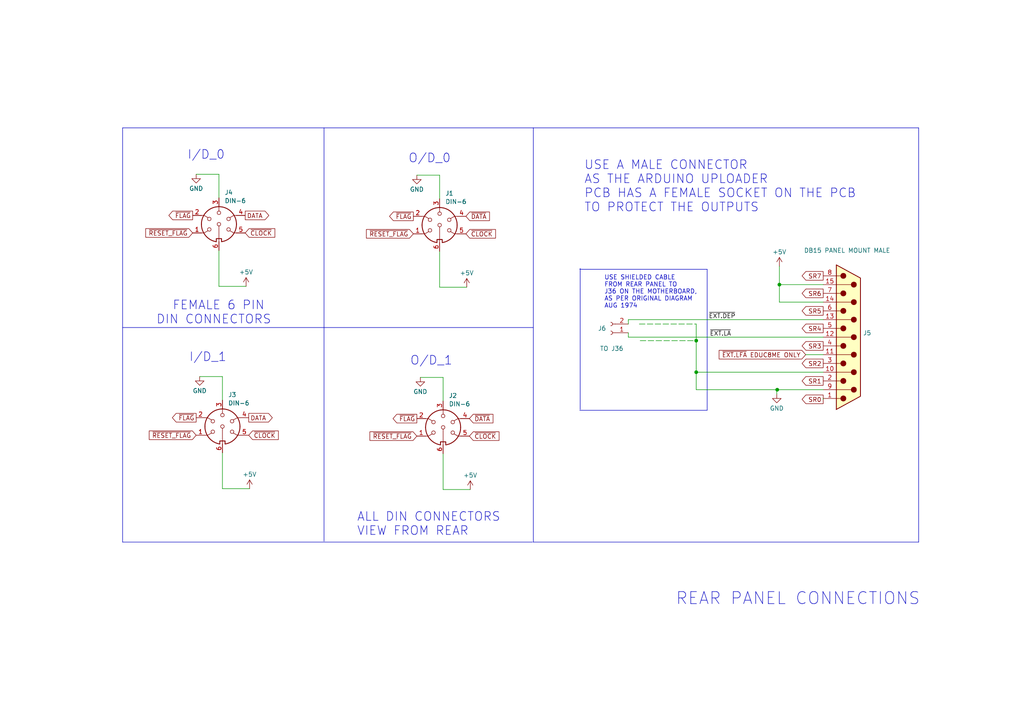
<source format=kicad_sch>
(kicad_sch (version 20230121) (generator eeschema)
  (paper "A4")
  (lib_symbols
    (symbol "Connector:Conn_01x02_Socket" (pin_names (offset 1.016) hide)
      (property "Reference" "J" (at 0 2.54 0))
      (property "Value" "Conn_01x02_Socket" (at 0 -5.08 0))
      (symbol "Conn_01x02_Socket_1_1"
        (arc (start 0 -2.032) (mid -0.5058 -2.54) (end 0 -3.048) (stroke (width 0.1524)))
        (polyline (pts (xy -1.27 -2.54) (xy -0.508 -2.54)) (stroke (width 0.1524)))
        (polyline (pts (xy -1.27 0) (xy -0.508 0)) (stroke (width 0.1524)))
        (arc (start 0 0.508) (mid -0.5058 0) (end 0 -0.508) (stroke (width 0.1524)))
        (pin passive line (at -5.08 0 0) (length 3.81) (name "Pin_1") (number "1"))
        (pin passive line (at -5.08 -2.54 0) (length 3.81) (name "Pin_2") (number "2"))
      )
    )
    (symbol "Connector:DA15_Plug" (pin_names (offset 1.016) hide)
      (property "Reference" "J" (at 0.508 21.59 0))
      (property "Value" "DA15_Plug" (at 0 -22.225 0))
      (symbol "DA15_Plug_0_1"
        (circle (center -1.778 -17.78) (radius 0.762) (fill (type outline)))
        (circle (center -1.778 -12.7) (radius 0.762) (fill (type outline)))
        (circle (center -1.778 -7.62) (radius 0.762) (fill (type outline)))
        (circle (center -1.778 -2.54) (radius 0.762) (fill (type outline)))
        (circle (center -1.778 2.54) (radius 0.762) (fill (type outline)))
        (circle (center -1.778 7.62) (radius 0.762) (fill (type outline)))
        (circle (center -1.778 12.7) (radius 0.762) (fill (type outline)))
        (circle (center -1.778 17.78) (radius 0.762) (fill (type outline)))
        (polyline (pts (xy -3.81 -17.78) (xy -2.54 -17.78)))
        (polyline (pts (xy -3.81 -15.24) (xy 0.508 -15.24)))
        (polyline (pts (xy -3.81 -12.7) (xy -2.54 -12.7)))
        (polyline (pts (xy -3.81 -10.16) (xy 0.508 -10.16)))
        (polyline (pts (xy -3.81 -7.62) (xy -2.54 -7.62)))
        (polyline (pts (xy -3.81 -5.08) (xy 0.508 -5.08)))
        (polyline (pts (xy -3.81 -2.54) (xy -2.54 -2.54)))
        (polyline (pts (xy -3.81 0) (xy 0.508 0)))
        (polyline (pts (xy -3.81 2.54) (xy -2.54 2.54)))
        (polyline (pts (xy -3.81 5.08) (xy 0.508 5.08)))
        (polyline (pts (xy -3.81 7.62) (xy -2.54 7.62)))
        (polyline (pts (xy -3.81 10.16) (xy 0.508 10.16)))
        (polyline (pts (xy -3.81 12.7) (xy -2.54 12.7)))
        (polyline (pts (xy -3.81 15.24) (xy 0.508 15.24)))
        (polyline (pts (xy -3.81 17.78) (xy -2.54 17.78)))
        (polyline (pts (xy -3.81 -20.955) (xy 3.175 -17.145) (xy 3.175 17.145) (xy -3.81 20.955) (xy -3.81 -20.955)) (stroke (width 0.254)) (fill (type background)))
        (circle (center 1.27 -15.24) (radius 0.762) (fill (type outline)))
        (circle (center 1.27 -10.16) (radius 0.762) (fill (type outline)))
        (circle (center 1.27 -5.08) (radius 0.762) (fill (type outline)))
        (circle (center 1.27 0) (radius 0.762) (fill (type outline)))
        (circle (center 1.27 5.08) (radius 0.762) (fill (type outline)))
        (circle (center 1.27 10.16) (radius 0.762) (fill (type outline)))
        (circle (center 1.27 15.24) (radius 0.762) (fill (type outline)))
      )
      (symbol "DA15_Plug_1_1"
        (pin passive line (at -7.62 -17.78 0) (length 3.81) (name "1") (number "1"))
        (pin passive line (at -7.62 -10.16 0) (length 3.81) (name "P10") (number "10"))
        (pin passive line (at -7.62 -5.08 0) (length 3.81) (name "P111") (number "11"))
        (pin passive line (at -7.62 0 0) (length 3.81) (name "P12") (number "12"))
        (pin passive line (at -7.62 5.08 0) (length 3.81) (name "P13") (number "13"))
        (pin passive line (at -7.62 10.16 0) (length 3.81) (name "P14") (number "14"))
        (pin passive line (at -7.62 15.24 0) (length 3.81) (name "P15") (number "15"))
        (pin passive line (at -7.62 -12.7 0) (length 3.81) (name "2") (number "2"))
        (pin passive line (at -7.62 -7.62 0) (length 3.81) (name "3") (number "3"))
        (pin passive line (at -7.62 -2.54 0) (length 3.81) (name "4") (number "4"))
        (pin passive line (at -7.62 2.54 0) (length 3.81) (name "5") (number "5"))
        (pin passive line (at -7.62 7.62 0) (length 3.81) (name "6") (number "6"))
        (pin passive line (at -7.62 12.7 0) (length 3.81) (name "7") (number "7"))
        (pin passive line (at -7.62 17.78 0) (length 3.81) (name "8") (number "8"))
        (pin passive line (at -7.62 -15.24 0) (length 3.81) (name "P9") (number "9"))
      )
    )
    (symbol "Connector:DIN-6" (pin_names (offset 1.016))
      (property "Reference" "J" (at 3.175 5.715 0))
      (property "Value" "DIN-6" (at 4.445 -4.445 0))
      (symbol "DIN-6_0_1"
        (arc (start -5.08 0) (mid -3.8609 -3.3364) (end -0.762 -5.08) (stroke (width 0.254)))
        (circle (center -2.794 -1.524) (radius 0.508))
        (circle (center -2.794 1.524) (radius 0.508))
        (polyline (pts (xy 0 -5.08) (xy 0 -0.508)))
        (polyline (pts (xy 0 5.08) (xy 0 3.81)))
        (polyline (pts (xy -5.08 -2.54) (xy -4.318 -2.54) (xy -3.175 -1.905)))
        (polyline (pts (xy -5.08 2.54) (xy -4.318 2.54) (xy -3.175 1.905)))
        (polyline (pts (xy 5.08 -2.54) (xy 4.318 -2.54) (xy 3.175 -1.905)))
        (polyline (pts (xy 5.08 2.54) (xy 4.318 2.54) (xy 3.175 1.905)))
        (polyline (pts (xy -0.762 -4.953) (xy -0.762 -4.191) (xy 0.762 -4.191) (xy 0.762 -4.953)) (stroke (width 0.254)))
        (circle (center 0 0) (radius 0.508))
        (circle (center 0 3.302) (radius 0.508))
        (arc (start 0.762 -5.08) (mid 3.8685 -3.343) (end 5.08 0) (stroke (width 0.254)))
        (circle (center 2.794 -1.524) (radius 0.508))
        (circle (center 2.794 1.524) (radius 0.508))
        (arc (start 5.08 0) (mid 0 5.0579) (end -5.08 0) (stroke (width 0.254)))
      )
      (symbol "DIN-6_1_1"
        (pin passive line (at -7.62 -2.54 0) (length 2.54) (name "~") (number "1"))
        (pin passive line (at -7.62 2.54 0) (length 2.54) (name "~") (number "2"))
        (pin passive line (at 0 7.62 270) (length 2.54) (name "~") (number "3"))
        (pin passive line (at 7.62 2.54 180) (length 2.54) (name "~") (number "4"))
        (pin passive line (at 7.62 -2.54 180) (length 2.54) (name "~") (number "5"))
        (pin passive line (at 0 -7.62 90) (length 2.54) (name "~") (number "6"))
      )
    )
    (symbol "power:+5V" (power) (pin_names (offset 0))
      (property "Value" "+5V" (at 0 3.556 0))
      (symbol "+5V_0_1"
        (polyline (pts (xy -0.762 1.27) (xy 0 2.54)))
        (polyline (pts (xy 0 0) (xy 0 2.54)))
        (polyline (pts (xy 0 2.54) (xy 0.762 1.27)))
      )
      (symbol "+5V_1_1"
        (pin power_in line (at 0 0 90) (length 0) hide (name "+5V") (number "1"))
      )
    )
    (symbol "power:GND" (power) (pin_names (offset 0))
      (property "Value" "GND" (at 0 -3.81 0))
      (symbol "GND_0_1"
        (polyline (pts (xy 0 0) (xy 0 -1.27) (xy 1.27 -1.27) (xy 0 -2.54) (xy -1.27 -1.27) (xy 0 -1.27)))
      )
      (symbol "GND_1_1"
        (pin power_in line (at 0 0 270) (length 0) hide (name "GND") (number "1"))
      )
    )
  )
  (junction (at 201.93 107.95))
  (junction (at 226.06 82.55))
  (junction (at 201.93 98.806))
  (junction (at 225.425 113.03))
  (polyline (pts (xy 154.686 157.226) (xy 154.686 37.084)))
  (wire (pts (xy 128.524 131.572) (xy 128.524 141.986)))
  (polyline (pts (xy 154.686 37.084) (xy 266.446 37.084)))
  (wire (pts (xy 128.524 109.474) (xy 121.92 109.474)))
  (wire (pts (xy 127.508 50.8) (xy 120.904 50.8)))
  (polyline (pts (xy 35.56 94.996) (xy 154.686 94.996)))
  (polyline (pts (xy 168.148 78.105) (xy 205.105 78.105)))
  (wire (pts (xy 64.516 116.078) (xy 64.516 109.22)))
  (wire (pts (xy 226.06 82.55) (xy 226.06 87.63)))
  (polyline (pts (xy 266.446 37.084) (xy 266.446 157.226)))
  (wire (pts (xy 64.516 131.318) (xy 64.516 141.732)))
  (wire (pts (xy 182.245 92.71) (xy 238.76 92.71)))
  (wire (pts (xy 238.76 115.57) (xy 238.76 115.824)))
  (polyline (pts (xy 35.56 37.084) (xy 154.686 37.084)))
  (wire (pts (xy 182.245 97.79) (xy 182.245 96.52)))
  (polyline (pts (xy 35.56 157.226) (xy 154.432 157.226)))
  (wire (pts (xy 63.5 83.058) (xy 71.374 83.058)))
  (wire (pts (xy 63.5 72.644) (xy 63.5 83.058)))
  (wire (pts (xy 64.516 109.22) (xy 57.912 109.22)))
  (wire (pts (xy 127.508 57.658) (xy 127.508 50.8)))
  (wire (pts (xy 201.93 93.98) (xy 201.93 98.806)))
  (wire (pts (xy 185.42 93.98) (xy 201.93 93.98)) (stroke (width 0) (type dash)))
  (wire (pts (xy 63.5 57.404) (xy 63.5 50.546)))
  (wire (pts (xy 182.245 92.71) (xy 182.245 93.98)))
  (wire (pts (xy 128.524 141.986) (xy 136.398 141.986)))
  (wire (pts (xy 238.76 113.03) (xy 225.425 113.03)))
  (polyline (pts (xy 205.105 118.999) (xy 205.105 78.105)))
  (wire (pts (xy 127.508 83.312) (xy 135.382 83.312)))
  (wire (pts (xy 201.93 98.806) (xy 201.93 107.95)))
  (wire (pts (xy 64.516 141.732) (xy 72.39 141.732)))
  (wire (pts (xy 201.93 107.95) (xy 238.76 107.95)))
  (wire (pts (xy 182.245 97.79) (xy 238.76 97.79)))
  (wire (pts (xy 127.508 72.898) (xy 127.508 83.312)))
  (wire (pts (xy 201.93 107.95) (xy 201.93 113.03)))
  (polyline (pts (xy 93.98 37.084) (xy 93.98 156.972)))
  (wire (pts (xy 233.68 102.87) (xy 238.76 102.87)))
  (polyline (pts (xy 168.148 118.999) (xy 205.105 118.999)))
  (wire (pts (xy 225.425 113.03) (xy 225.298 113.284)))
  (wire (pts (xy 201.93 113.03) (xy 225.425 113.03)))
  (wire (pts (xy 225.298 113.284) (xy 225.298 114.3)))
  (polyline (pts (xy 35.56 37.084) (xy 35.56 157.226)))
  (wire (pts (xy 128.524 116.332) (xy 128.524 109.474)))
  (wire (pts (xy 226.06 82.55) (xy 238.76 82.55)))
  (wire (pts (xy 238.76 87.63) (xy 226.06 87.63)))
  (wire (pts (xy 226.06 77.216) (xy 226.06 82.55)))
  (polyline (pts (xy 266.446 157.226) (xy 154.686 157.226)))
  (polyline (pts (xy 168.275 77.851) (xy 168.275 118.745)))
  (wire (pts (xy 63.5 50.546) (xy 56.896 50.546)))
  (wire (pts (xy 185.674 98.806) (xy 201.93 98.806)) (stroke (width 0) (type dash)))
  (text "ALL DIN CONNECTORS \nVIEW FROM REAR" (at 103.505 155.575 0) (effects (font (size 2.54 2.54)) (justify left bottom)))
  (text "I/D_0\n" (at 65.278 46.482 0) (effects (font (size 2.54 2.54)) (justify right bottom)))
  (text "REAR PANEL CONNECTIONS" (at 266.954 175.768 0) (effects (font (size 3.5 3.5)) (justify right bottom)))
  (text "USE SHIELDED CABLE \nFROM REAR PANEL TO\nJ36 ON THE MOTHERBOARD,\nAS PER ORIGINAL DIAGRAM \nAUG 1974" (at 175.26 89.535 0) (effects (font (size 1.27 1.27)) (justify left bottom)))
  (text "USE A MALE CONNECTOR \nAS THE ARDUINO UPLOADER\nPCB HAS A FEMALE SOCKET ON THE PCB \nTO PROTECT THE OUTPUTS \n" (at 169.418 61.722 0) (effects (font (size 2.54 2.54)) (justify left bottom)))
  (text "I/D_1\n" (at 65.786 105.156 0) (effects (font (size 2.54 2.54)) (justify right bottom)))
  (text "O/D_1\n" (at 131.318 106.172 0) (effects (font (size 2.54 2.54)) (justify right bottom)))
  (text "O/D_0\n" (at 130.81 47.498 0) (effects (font (size 2.54 2.54)) (justify right bottom)))
  (text "FEMALE 6 PIN \nDIN CONNECTORS\n" (at 78.74 94.234 0) (effects (font (size 2.54 2.54)) (justify right bottom)))
  (label "~{EXT.LA}" (at 212.09 97.79 180))
  (label "~{EXT.DEP}" (at 213.36 92.71 180))
  (global_label "SR1" (shape output) (at 238.76 110.49 180) (property "Intersheetrefs" "${INTERSHEET_REFS}" (effects hide)))
  (global_label "~{RESET_FLAG}" (shape input) (at 56.896 126.238 180) (property "Intersheetrefs" "${INTERSHEET_REFS}" (effects hide)))
  (global_label "~{FLAG}" (shape output) (at 119.888 62.738 180) (property "Intersheetrefs" "${INTERSHEET_REFS}" (effects hide)))
  (global_label "~{RESET_FLAG}" (shape input) (at 120.904 126.492 180) (property "Intersheetrefs" "${INTERSHEET_REFS}" (effects hide)))
  (global_label "SR2" (shape output) (at 238.76 105.41 180) (property "Intersheetrefs" "${INTERSHEET_REFS}" (effects hide)))
  (global_label "~{CLOCK}" (shape input) (at 135.128 67.818 0) (property "Intersheetrefs" "${INTERSHEET_REFS}" (effects hide)))
  (global_label "~{CLOCK}" (shape input) (at 72.136 126.238 0) (property "Intersheetrefs" "${INTERSHEET_REFS}" (effects hide)))
  (global_label "SR7" (shape output) (at 238.76 80.01 180) (property "Intersheetrefs" "${INTERSHEET_REFS}" (effects hide)))
  (global_label "~{FLAG}" (shape output) (at 120.904 121.412 180) (property "Intersheetrefs" "${INTERSHEET_REFS}" (effects hide)))
  (global_label "~{CLOCK}" (shape input) (at 136.144 126.492 0) (property "Intersheetrefs" "${INTERSHEET_REFS}" (effects hide)))
  (global_label "SR0" (shape output) (at 238.76 115.824 180) (property "Intersheetrefs" "${INTERSHEET_REFS}" (effects hide)))
  (global_label "~{EXT.LFA} EDUC8ME ONLY" (shape input) (at 233.68 102.87 180) (property "Intersheetrefs" "${INTERSHEET_REFS}" (effects hide)))
  (global_label "~{CLOCK}" (shape input) (at 71.12 67.564 0) (property "Intersheetrefs" "${INTERSHEET_REFS}" (effects hide)))
  (global_label "~{RESET_FLAG}" (shape input) (at 55.88 67.564 180) (property "Intersheetrefs" "${INTERSHEET_REFS}" (effects hide)))
  (global_label "~{FLAG}" (shape output) (at 55.88 62.484 180) (property "Intersheetrefs" "${INTERSHEET_REFS}" (effects hide)))
  (global_label "DATA" (shape output) (at 72.136 121.158 0) (property "Intersheetrefs" "${INTERSHEET_REFS}" (effects hide)))
  (global_label "~{RESET_FLAG}" (shape input) (at 119.888 67.818 180) (property "Intersheetrefs" "${INTERSHEET_REFS}" (effects hide)))
  (global_label "SR6" (shape output) (at 238.76 85.09 180) (property "Intersheetrefs" "${INTERSHEET_REFS}" (effects hide)))
  (global_label "DATA" (shape output) (at 71.12 62.484 0) (property "Intersheetrefs" "${INTERSHEET_REFS}" (effects hide)))
  (global_label "SR5" (shape output) (at 238.76 90.17 180) (property "Intersheetrefs" "${INTERSHEET_REFS}" (effects hide)))
  (global_label "~{DATA}" (shape input) (at 135.128 62.738 0) (property "Intersheetrefs" "${INTERSHEET_REFS}" (effects hide)))
  (global_label "~{DATA}" (shape input) (at 136.144 121.412 0) (property "Intersheetrefs" "${INTERSHEET_REFS}" (effects hide)))
  (global_label "~{FLAG}" (shape output) (at 56.896 121.158 180) (property "Intersheetrefs" "${INTERSHEET_REFS}" (effects hide)))
  (global_label "SR3" (shape output) (at 238.76 100.33 180) (property "Intersheetrefs" "${INTERSHEET_REFS}" (effects hide)))
  (global_label "SR4" (shape output) (at 238.76 95.25 180) (property "Intersheetrefs" "${INTERSHEET_REFS}" (effects hide)))
  (symbol (lib_id "Connector:DA15_Plug") (at 246.38 97.79 0) (unit 1)
    (property "Reference" "J5" (at 250.317 96.5779 0) (effects (justify left)))
    (property "Value" "DB15 PANEL MOUNT MALE" (at 233.172 72.644 0) (effects (justify left)))
    (property "Datasheet" " ~" (effects hide))
  )
  (symbol (lib_id "power:GND") (at 120.904 50.8 0) (unit 1)
    (property "Reference" "#PWR01" (effects hide))
    (property "Value" "GND" (at 120.904 54.9331 0))
  )
  (symbol (lib_id "power:GND") (at 57.912 109.22 0) (unit 1)
    (property "Reference" "#PWR05" (effects hide))
    (property "Value" "GND" (at 57.912 113.3531 0))
  )
  (symbol (lib_id "Connector:DIN-6") (at 128.524 123.952 0) (unit 1)
    (property "Reference" "J2" (at 130.1751 114.7498 0) (effects (justify left)))
    (property "Value" "DIN-6" (at 130.1751 117.174 0) (effects (justify left)))
    (property "Datasheet" "http://www.mouser.com/ds/2/18/40_c091_abd_e-75918.pdf" (effects hide))
  )
  (symbol (lib_id "power:+5V") (at 135.382 83.312 0) (unit 1)
    (property "Reference" "#PWR02" (effects hide))
    (property "Value" "+5V" (at 135.382 79.1789 0))
  )
  (symbol (lib_id "power:+5V") (at 72.39 141.732 0) (unit 1)
    (property "Reference" "#PWR07" (effects hide))
    (property "Value" "+5V" (at 72.39 137.5989 0))
  )
  (symbol (lib_id "power:GND") (at 121.92 109.474 0) (unit 1)
    (property "Reference" "#PWR03" (effects hide))
    (property "Value" "GND" (at 121.92 113.6071 0))
  )
  (symbol (lib_id "power:GND") (at 56.896 50.546 0) (unit 1)
    (property "Reference" "#PWR09" (effects hide))
    (property "Value" "GND" (at 56.896 54.6791 0))
  )
  (symbol (lib_id "power:GND") (at 225.298 114.3 0) (unit 1)
    (property "Reference" "#PWR06" (effects hide))
    (property "Value" "GND" (at 225.298 118.4331 0))
  )
  (symbol (lib_id "Connector:DIN-6") (at 63.5 65.024 0) (unit 1)
    (property "Reference" "J4" (at 65.1511 55.8218 0) (effects (justify left)))
    (property "Value" "DIN-6" (at 65.1511 58.246 0) (effects (justify left)))
    (property "Datasheet" "http://www.mouser.com/ds/2/18/40_c091_abd_e-75918.pdf" (effects hide))
  )
  (symbol (lib_id "power:+5V") (at 71.374 83.058 0) (unit 1)
    (property "Reference" "#PWR010" (effects hide))
    (property "Value" "+5V" (at 71.374 78.9249 0))
  )
  (symbol (lib_id "power:+5V") (at 136.398 141.986 0) (unit 1)
    (property "Reference" "#PWR04" (effects hide))
    (property "Value" "+5V" (at 136.398 137.8529 0))
  )
  (symbol (lib_id "Connector:DIN-6") (at 127.508 65.278 0) (unit 1)
    (property "Reference" "J1" (at 129.1591 56.0758 0) (effects (justify left)))
    (property "Value" "DIN-6" (at 129.1591 58.5 0) (effects (justify left)))
    (property "Datasheet" "http://www.mouser.com/ds/2/18/40_c091_abd_e-75918.pdf" (effects hide))
  )
  (symbol (lib_id "Connector:Conn_01x02_Socket") (at 177.165 96.52 180) (unit 1)
    (property "Reference" "J6" (at 174.625 95.25 0))
    (property "Value" "TO J36" (at 177.419 101.092 0))
  )
  (symbol (lib_id "power:+5V") (at 226.06 77.216 0) (unit 1)
    (property "Reference" "#PWR08" (effects hide))
    (property "Value" "+5V" (at 226.06 73.0829 0))
  )
  (symbol (lib_id "Connector:DIN-6") (at 64.516 123.698 0) (unit 1)
    (property "Reference" "J3" (at 66.1671 114.4958 0) (effects (justify left)))
    (property "Value" "DIN-6" (at 66.1671 116.92 0) (effects (justify left)))
    (property "Datasheet" "http://www.mouser.com/ds/2/18/40_c091_abd_e-75918.pdf" (effects hide))
  )
)
</source>
